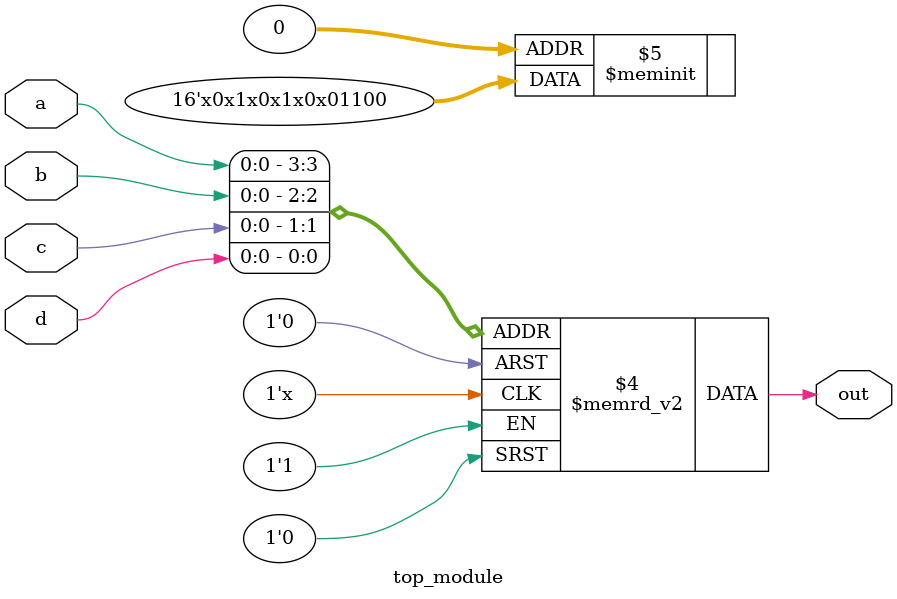
<source format=sv>
module top_module (
  input a,
  input b,
  input c,
  input d,
  output reg out
);

  always @* begin
    case ({a, b, c, d})
      4'b0000, 4'b0001, 4'b0100, 4'b0110, 4'b1010, 4'b1110:
        out = 1'b0;

      4'b0101, 4'b0111, 4'b1101, 4'b1111:
        out = 1'bx;

      4'b0011, 4'b0010, 4'b1100, 4'b1000:
        out = 1'b1;

      default:
        out = 1'bx;
    endcase
  end

endmodule

</source>
